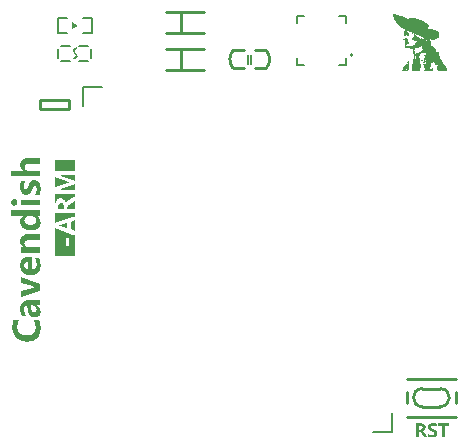
<source format=gto>
G04*
G04 #@! TF.GenerationSoftware,Altium Limited,Altium Designer,21.2.1 (34)*
G04*
G04 Layer_Color=65535*
%FSLAX25Y25*%
%MOIN*%
G70*
G04*
G04 #@! TF.SameCoordinates,7F94B60C-EE6A-4D70-8C52-0CABB09C9AE7*
G04*
G04*
G04 #@! TF.FilePolarity,Positive*
G04*
G01*
G75*
%ADD10C,0.00590*%
%ADD11C,0.01000*%
%ADD12C,0.00600*%
%ADD13C,0.00787*%
%ADD14C,0.00500*%
%ADD15C,0.00100*%
%ADD16C,0.00800*%
G36*
X340480Y331672D02*
X338512Y332853D01*
Y330490D01*
X340480Y331672D01*
D02*
G37*
G36*
X327752Y285731D02*
X324035D01*
X324020D01*
X323975D01*
X323901D01*
X323798Y285716D01*
X323679Y285702D01*
X323561Y285672D01*
X323279Y285598D01*
X323131Y285539D01*
X322998Y285465D01*
X322879Y285376D01*
X322761Y285272D01*
X322657Y285139D01*
X322583Y284991D01*
X322539Y284828D01*
X322524Y284635D01*
Y284546D01*
X322539Y284443D01*
X322583Y284310D01*
X322628Y284176D01*
X322702Y284013D01*
X322805Y283865D01*
X322954Y283717D01*
X322968Y283702D01*
X323027Y283658D01*
X323116Y283599D01*
X323250Y283539D01*
X323398Y283480D01*
X323590Y283421D01*
X323798Y283376D01*
X324035Y283362D01*
X327752D01*
Y281451D01*
X318081D01*
Y283362D01*
X322198D01*
Y283391D01*
X322183Y283406D01*
X322154Y283421D01*
X322094Y283465D01*
X322020Y283524D01*
X321932Y283599D01*
X321843Y283702D01*
X321739Y283806D01*
X321621Y283924D01*
X321413Y284221D01*
X321235Y284561D01*
X321162Y284754D01*
X321102Y284961D01*
X321073Y285168D01*
X321058Y285405D01*
Y285509D01*
X321073Y285613D01*
X321102Y285761D01*
X321132Y285924D01*
X321206Y286116D01*
X321280Y286309D01*
X321398Y286531D01*
X321532Y286738D01*
X321709Y286931D01*
X321932Y287123D01*
X322183Y287286D01*
X322494Y287434D01*
X322850Y287553D01*
X323265Y287612D01*
X323501Y287642D01*
X323738D01*
X327752D01*
Y285731D01*
D02*
G37*
G36*
X325945Y280237D02*
X326034Y280222D01*
X326138Y280207D01*
X326360Y280148D01*
X326611Y280059D01*
X326878Y279911D01*
X326997Y279822D01*
X327130Y279704D01*
X327248Y279585D01*
X327352Y279437D01*
Y279422D01*
X327382Y279393D01*
X327396Y279348D01*
X327441Y279289D01*
X327485Y279200D01*
X327530Y279111D01*
X327574Y278993D01*
X327619Y278859D01*
X327678Y278711D01*
X327722Y278548D01*
X327767Y278371D01*
X327811Y278178D01*
X327870Y277749D01*
X327900Y277275D01*
Y277097D01*
X327885Y276993D01*
Y276890D01*
X327856Y276623D01*
X327826Y276327D01*
X327767Y276001D01*
X327693Y275646D01*
X327589Y275305D01*
X326004D01*
Y275320D01*
X326034Y275349D01*
X326064Y275409D01*
X326093Y275468D01*
X326138Y275557D01*
X326197Y275660D01*
X326301Y275912D01*
X326404Y276208D01*
X326508Y276519D01*
X326567Y276860D01*
X326597Y277216D01*
Y277319D01*
X326582Y277408D01*
X326567Y277586D01*
X326523Y277808D01*
X326434Y278030D01*
X326330Y278223D01*
X326256Y278297D01*
X326167Y278356D01*
X326078Y278385D01*
X325960Y278400D01*
X325945D01*
X325886Y278385D01*
X325797Y278356D01*
X325693Y278282D01*
X325590Y278163D01*
X325516Y278089D01*
X325456Y277986D01*
X325397Y277882D01*
X325338Y277749D01*
X325279Y277601D01*
X325219Y277423D01*
Y277408D01*
X325205Y277364D01*
X325175Y277304D01*
X325145Y277230D01*
X325116Y277127D01*
X325071Y277008D01*
X324968Y276756D01*
X324849Y276475D01*
X324701Y276208D01*
X324538Y275957D01*
X324464Y275838D01*
X324375Y275749D01*
X324346Y275734D01*
X324286Y275675D01*
X324183Y275616D01*
X324035Y275527D01*
X323857Y275453D01*
X323650Y275379D01*
X323398Y275320D01*
X323116Y275305D01*
X323102D01*
X323072D01*
X323027D01*
X322954Y275320D01*
X322776Y275349D01*
X322568Y275409D01*
X322331Y275498D01*
X322080Y275631D01*
X321946Y275720D01*
X321828Y275823D01*
X321709Y275942D01*
X321606Y276075D01*
Y276090D01*
X321576Y276105D01*
X321561Y276149D01*
X321517Y276223D01*
X321473Y276297D01*
X321428Y276386D01*
X321384Y276505D01*
X321324Y276623D01*
X321280Y276771D01*
X321235Y276919D01*
X321147Y277275D01*
X321087Y277675D01*
X321058Y278134D01*
Y278282D01*
X321073Y278371D01*
Y278460D01*
X321087Y278682D01*
X321117Y278948D01*
X321176Y279244D01*
X321235Y279556D01*
X321324Y279867D01*
X322820D01*
Y279852D01*
X322805Y279837D01*
X322776Y279792D01*
X322746Y279733D01*
X322672Y279570D01*
X322598Y279363D01*
X322509Y279111D01*
X322450Y278830D01*
X322391Y278519D01*
X322376Y278178D01*
Y278104D01*
X322391Y278015D01*
Y277911D01*
X322450Y277675D01*
X322480Y277556D01*
X322539Y277438D01*
Y277423D01*
X322568Y277393D01*
X322657Y277304D01*
X322791Y277216D01*
X322879Y277186D01*
X322968Y277171D01*
X322983D01*
X323042Y277186D01*
X323116Y277216D01*
X323220Y277275D01*
X323339Y277378D01*
X323457Y277526D01*
X323516Y277615D01*
X323575Y277734D01*
X323635Y277852D01*
X323694Y278000D01*
Y278015D01*
X323709Y278045D01*
X323724Y278089D01*
X323738Y278149D01*
X323798Y278311D01*
X323872Y278504D01*
X323960Y278711D01*
X324049Y278933D01*
X324138Y279156D01*
X324242Y279333D01*
X324257Y279348D01*
X324286Y279407D01*
X324331Y279481D01*
X324405Y279585D01*
X324494Y279689D01*
X324612Y279807D01*
X324731Y279911D01*
X324879Y280015D01*
X324894Y280029D01*
X324953Y280059D01*
X325027Y280089D01*
X325131Y280133D01*
X325264Y280177D01*
X325427Y280222D01*
X325590Y280237D01*
X325782Y280252D01*
X325797D01*
X325827D01*
X325886D01*
X325945Y280237D01*
D02*
G37*
G36*
X327752Y271854D02*
X321221D01*
Y273765D01*
X327752D01*
Y271854D01*
D02*
G37*
G36*
X319251Y273913D02*
X319355Y273883D01*
X319473Y273854D01*
X319592Y273794D01*
X319710Y273720D01*
X319829Y273617D01*
X319843Y273602D01*
X319873Y273557D01*
X319917Y273498D01*
X319962Y273394D01*
X320021Y273291D01*
X320065Y273143D01*
X320095Y272995D01*
X320110Y272817D01*
Y272743D01*
X320095Y272654D01*
X320080Y272535D01*
X320036Y272417D01*
X319991Y272284D01*
X319917Y272150D01*
X319829Y272032D01*
X319814Y272017D01*
X319769Y271988D01*
X319710Y271928D01*
X319621Y271884D01*
X319517Y271825D01*
X319399Y271765D01*
X319251Y271736D01*
X319103Y271721D01*
X319088D01*
X319029D01*
X318955Y271736D01*
X318851Y271765D01*
X318747Y271795D01*
X318614Y271854D01*
X318496Y271928D01*
X318392Y272032D01*
X318377Y272047D01*
X318348Y272091D01*
X318303Y272150D01*
X318244Y272254D01*
X318199Y272358D01*
X318155Y272491D01*
X318125Y272654D01*
X318111Y272817D01*
Y272906D01*
X318125Y272995D01*
X318140Y273113D01*
X318185Y273232D01*
X318229Y273365D01*
X318303Y273498D01*
X318392Y273617D01*
X318407Y273632D01*
X318436Y273661D01*
X318511Y273720D01*
X318584Y273780D01*
X318688Y273824D01*
X318807Y273883D01*
X318955Y273913D01*
X319103Y273928D01*
X319118D01*
X319177D01*
X319251Y273913D01*
D02*
G37*
G36*
X327752Y268241D02*
X326834D01*
Y268211D01*
X326849Y268196D01*
X326878Y268181D01*
X326937Y268137D01*
X326997Y268078D01*
X327085Y268004D01*
X327174Y267915D01*
X327263Y267811D01*
X327367Y267693D01*
X327470Y267559D01*
X327559Y267411D01*
X327648Y267233D01*
X327737Y267056D01*
X327796Y266863D01*
X327856Y266641D01*
X327885Y266419D01*
X327900Y266167D01*
Y266049D01*
X327885Y265960D01*
X327870Y265856D01*
X327856Y265738D01*
X327796Y265441D01*
X327693Y265130D01*
X327619Y264953D01*
X327530Y264790D01*
X327426Y264627D01*
X327308Y264464D01*
X327174Y264316D01*
X327026Y264168D01*
X327011Y264153D01*
X326982Y264138D01*
X326937Y264109D01*
X326863Y264049D01*
X326774Y264005D01*
X326671Y263946D01*
X326537Y263872D01*
X326404Y263812D01*
X326241Y263738D01*
X326064Y263679D01*
X325871Y263605D01*
X325649Y263561D01*
X325427Y263516D01*
X325175Y263472D01*
X324923Y263457D01*
X324642Y263442D01*
X324627D01*
X324568D01*
X324479D01*
X324375Y263457D01*
X324242Y263472D01*
X324079Y263487D01*
X323901Y263516D01*
X323709Y263546D01*
X323294Y263635D01*
X322865Y263783D01*
X322657Y263886D01*
X322435Y263990D01*
X322243Y264109D01*
X322050Y264257D01*
X322035Y264271D01*
X322006Y264301D01*
X321961Y264346D01*
X321887Y264405D01*
X321813Y264494D01*
X321739Y264582D01*
X321650Y264701D01*
X321547Y264834D01*
X321458Y264982D01*
X321369Y265145D01*
X321206Y265516D01*
X321147Y265723D01*
X321102Y265945D01*
X321073Y266182D01*
X321058Y266419D01*
Y266537D01*
X321073Y266626D01*
X321087Y266730D01*
X321102Y266848D01*
X321176Y267115D01*
X321280Y267411D01*
X321354Y267559D01*
X321443Y267707D01*
X321547Y267856D01*
X321680Y267989D01*
X321813Y268107D01*
X321976Y268211D01*
Y268241D01*
X318081D01*
Y270136D01*
X327752D01*
Y268241D01*
D02*
G37*
G36*
Y260302D02*
X324109D01*
X324094D01*
X324035D01*
X323960D01*
X323857Y260288D01*
X323738Y260273D01*
X323605Y260243D01*
X323309Y260154D01*
X323161Y260095D01*
X323027Y260021D01*
X322894Y259932D01*
X322776Y259828D01*
X322672Y259695D01*
X322598Y259532D01*
X322539Y259369D01*
X322524Y259162D01*
Y259073D01*
X322539Y258970D01*
X322583Y258836D01*
X322628Y258703D01*
X322702Y258540D01*
X322805Y258392D01*
X322954Y258244D01*
X322968Y258229D01*
X323027Y258185D01*
X323116Y258125D01*
X323235Y258066D01*
X323398Y258007D01*
X323575Y257948D01*
X323783Y257903D01*
X324020Y257888D01*
X327752D01*
Y255978D01*
X321221D01*
Y257888D01*
X322257D01*
Y257918D01*
X322243Y257933D01*
X322198Y257948D01*
X322139Y257992D01*
X322065Y258051D01*
X321976Y258125D01*
X321872Y258214D01*
X321769Y258318D01*
X321650Y258451D01*
X321547Y258584D01*
X321443Y258747D01*
X321339Y258910D01*
X321250Y259103D01*
X321162Y259310D01*
X321102Y259532D01*
X321073Y259769D01*
X321058Y260021D01*
Y260110D01*
X321073Y260228D01*
X321102Y260362D01*
X321147Y260525D01*
X321206Y260717D01*
X321280Y260910D01*
X321398Y261117D01*
X321532Y261310D01*
X321709Y261517D01*
X321932Y261695D01*
X322198Y261858D01*
X322509Y261991D01*
X322865Y262109D01*
X323057Y262139D01*
X323279Y262169D01*
X323501Y262198D01*
X323753D01*
X327752D01*
Y260302D01*
D02*
G37*
G36*
X325027Y250439D02*
X325042D01*
X325086Y250454D01*
X325160D01*
X325264Y250483D01*
X325382Y250513D01*
X325516Y250557D01*
X325649Y250617D01*
X325782Y250706D01*
X325930Y250794D01*
X326064Y250928D01*
X326197Y251076D01*
X326315Y251239D01*
X326404Y251446D01*
X326493Y251683D01*
X326537Y251950D01*
X326552Y252261D01*
Y252364D01*
X326537Y252438D01*
Y252542D01*
X326523Y252646D01*
X326478Y252912D01*
X326419Y253208D01*
X326330Y253534D01*
X326197Y253860D01*
X326019Y254186D01*
X327411D01*
Y254171D01*
X327426Y254141D01*
X327456Y254097D01*
X327485Y254023D01*
X327530Y253934D01*
X327559Y253831D01*
X327604Y253697D01*
X327648Y253549D01*
X327708Y253386D01*
X327752Y253208D01*
X327782Y253016D01*
X327826Y252809D01*
X327856Y252587D01*
X327885Y252349D01*
X327900Y251831D01*
Y251683D01*
X327885Y251579D01*
X327870Y251446D01*
X327856Y251298D01*
X327826Y251120D01*
X327796Y250942D01*
X327693Y250557D01*
X327619Y250350D01*
X327530Y250158D01*
X327426Y249950D01*
X327308Y249758D01*
X327174Y249580D01*
X327026Y249402D01*
X327011Y249388D01*
X326982Y249373D01*
X326937Y249328D01*
X326863Y249269D01*
X326774Y249210D01*
X326671Y249136D01*
X326537Y249047D01*
X326389Y248973D01*
X326226Y248899D01*
X326049Y248810D01*
X325841Y248736D01*
X325619Y248677D01*
X325397Y248617D01*
X325131Y248588D01*
X324864Y248558D01*
X324583Y248543D01*
X324568D01*
X324509D01*
X324434D01*
X324316Y248558D01*
X324183Y248573D01*
X324035Y248588D01*
X323857Y248617D01*
X323679Y248662D01*
X323265Y248765D01*
X323057Y248839D01*
X322850Y248928D01*
X322628Y249032D01*
X322420Y249165D01*
X322228Y249299D01*
X322035Y249462D01*
X322020Y249476D01*
X321991Y249506D01*
X321946Y249550D01*
X321887Y249624D01*
X321813Y249713D01*
X321724Y249832D01*
X321635Y249950D01*
X321547Y250098D01*
X321458Y250261D01*
X321369Y250439D01*
X321280Y250631D01*
X321206Y250824D01*
X321147Y251046D01*
X321102Y251283D01*
X321073Y251535D01*
X321058Y251787D01*
Y251920D01*
X321073Y252024D01*
X321087Y252127D01*
X321102Y252275D01*
X321132Y252424D01*
X321162Y252587D01*
X321265Y252927D01*
X321324Y253105D01*
X321413Y253282D01*
X321517Y253460D01*
X321621Y253638D01*
X321754Y253801D01*
X321902Y253949D01*
X321917Y253964D01*
X321946Y253979D01*
X321991Y254023D01*
X322050Y254067D01*
X322139Y254127D01*
X322243Y254201D01*
X322361Y254275D01*
X322509Y254349D01*
X322657Y254408D01*
X322835Y254482D01*
X323027Y254556D01*
X323235Y254615D01*
X323457Y254660D01*
X323694Y254704D01*
X323946Y254719D01*
X324212Y254734D01*
X325027D01*
Y250439D01*
D02*
G37*
G36*
X327752Y245596D02*
Y243434D01*
X321221Y241109D01*
Y243152D01*
X325338Y244352D01*
X325367Y244367D01*
X325442Y244382D01*
X325575Y244411D01*
X325723Y244456D01*
X325901Y244485D01*
X326093Y244530D01*
X326286Y244559D01*
X326463Y244574D01*
Y244604D01*
X326449D01*
X326375Y244619D01*
X326286Y244634D01*
X326152Y244648D01*
X325990Y244678D01*
X325797Y244722D01*
X325590Y244767D01*
X325367Y244826D01*
X321221Y246055D01*
Y248055D01*
X327752Y245596D01*
D02*
G37*
G36*
Y238473D02*
X326804D01*
Y238458D01*
X326819D01*
X326849Y238428D01*
X326908Y238384D01*
X326982Y238339D01*
X327056Y238265D01*
X327145Y238176D01*
X327248Y238073D01*
X327352Y237969D01*
X327456Y237836D01*
X327559Y237688D01*
X327648Y237525D01*
X327722Y237347D01*
X327796Y237169D01*
X327856Y236962D01*
X327885Y236740D01*
X327900Y236503D01*
Y236414D01*
X327885Y236355D01*
X327870Y236177D01*
X327841Y235970D01*
X327767Y235733D01*
X327678Y235481D01*
X327559Y235229D01*
X327382Y235007D01*
X327352Y234977D01*
X327293Y234918D01*
X327174Y234829D01*
X327011Y234726D01*
X326804Y234622D01*
X326552Y234533D01*
X326271Y234474D01*
X325945Y234444D01*
X325930D01*
X325856D01*
X325767Y234459D01*
X325649Y234474D01*
X325501Y234518D01*
X325338Y234563D01*
X325160Y234637D01*
X324968Y234726D01*
X324775Y234844D01*
X324583Y234992D01*
X324405Y235170D01*
X324227Y235392D01*
X324064Y235659D01*
X323931Y235955D01*
X323827Y236295D01*
X323753Y236695D01*
X323516Y238487D01*
X323501D01*
X323472D01*
X323413D01*
X323339Y238473D01*
X323161Y238428D01*
X322939Y238339D01*
X322835Y238280D01*
X322731Y238206D01*
X322642Y238102D01*
X322554Y237984D01*
X322480Y237850D01*
X322420Y237688D01*
X322391Y237510D01*
X322376Y237302D01*
Y237184D01*
X322391Y237110D01*
Y237006D01*
X322406Y236873D01*
X322435Y236740D01*
X322465Y236592D01*
X322554Y236251D01*
X322672Y235881D01*
X322850Y235496D01*
X322968Y235288D01*
X323087Y235096D01*
X321621D01*
X321606Y235111D01*
X321576Y235185D01*
X321532Y235274D01*
X321473Y235407D01*
X321413Y235585D01*
X321339Y235777D01*
X321280Y236014D01*
X321221Y236281D01*
Y236295D01*
X321206Y236310D01*
X321191Y236399D01*
X321162Y236547D01*
X321132Y236725D01*
X321102Y236917D01*
X321087Y237125D01*
X321058Y237347D01*
Y237673D01*
X321073Y237806D01*
X321102Y237984D01*
X321147Y238191D01*
X321206Y238428D01*
X321295Y238665D01*
X321398Y238932D01*
X321547Y239183D01*
X321724Y239420D01*
X321946Y239657D01*
X322213Y239865D01*
X322539Y240042D01*
X322909Y240176D01*
X323102Y240220D01*
X323324Y240265D01*
X323561Y240294D01*
X323812D01*
X327752D01*
Y238473D01*
D02*
G37*
G36*
X327426Y233482D02*
X327441Y233452D01*
X327470Y233393D01*
X327500Y233319D01*
X327530Y233215D01*
X327574Y233097D01*
X327619Y232963D01*
X327663Y232800D01*
X327708Y232623D01*
X327752Y232430D01*
X327796Y232208D01*
X327826Y231986D01*
X327856Y231734D01*
X327885Y231467D01*
X327900Y231186D01*
Y230801D01*
X327885Y230697D01*
Y230549D01*
X327856Y230371D01*
X327841Y230164D01*
X327796Y229942D01*
X327752Y229705D01*
X327678Y229438D01*
X327604Y229172D01*
X327500Y228905D01*
X327382Y228624D01*
X327234Y228357D01*
X327071Y228091D01*
X326893Y227839D01*
X326671Y227602D01*
X326656Y227587D01*
X326611Y227557D01*
X326537Y227484D01*
X326449Y227410D01*
X326315Y227321D01*
X326167Y227217D01*
X326004Y227113D01*
X325797Y226995D01*
X325575Y226876D01*
X325323Y226773D01*
X325057Y226669D01*
X324760Y226580D01*
X324449Y226506D01*
X324109Y226447D01*
X323753Y226402D01*
X323383Y226388D01*
X323353D01*
X323279D01*
X323176Y226402D01*
X323027D01*
X322835Y226432D01*
X322628Y226462D01*
X322376Y226506D01*
X322124Y226565D01*
X321843Y226624D01*
X321561Y226713D01*
X321265Y226832D01*
X320969Y226965D01*
X320673Y227113D01*
X320376Y227306D01*
X320095Y227513D01*
X319829Y227750D01*
X319814Y227765D01*
X319769Y227809D01*
X319695Y227883D01*
X319606Y228002D01*
X319503Y228135D01*
X319384Y228298D01*
X319266Y228491D01*
X319132Y228698D01*
X318999Y228935D01*
X318881Y229202D01*
X318762Y229498D01*
X318659Y229809D01*
X318570Y230135D01*
X318496Y230490D01*
X318451Y230860D01*
X318436Y231260D01*
Y231482D01*
X318451Y231601D01*
Y231734D01*
X318466Y231882D01*
X318481Y232045D01*
X318525Y232386D01*
X318584Y232771D01*
X318673Y233141D01*
X318792Y233496D01*
X320673D01*
Y233482D01*
X320643Y233452D01*
X320628Y233407D01*
X320584Y233333D01*
X320554Y233245D01*
X320510Y233141D01*
X320451Y233022D01*
X320406Y232889D01*
X320303Y232578D01*
X320228Y232223D01*
X320169Y231823D01*
X320140Y231393D01*
Y231260D01*
X320154Y231171D01*
X320169Y231053D01*
X320184Y230919D01*
X320214Y230771D01*
X320243Y230623D01*
X320347Y230283D01*
X320421Y230105D01*
X320495Y229912D01*
X320599Y229735D01*
X320717Y229572D01*
X320850Y229409D01*
X320999Y229246D01*
X321013Y229231D01*
X321043Y229216D01*
X321087Y229172D01*
X321147Y229127D01*
X321235Y229068D01*
X321339Y228994D01*
X321458Y228920D01*
X321591Y228846D01*
X321754Y228772D01*
X321917Y228698D01*
X322094Y228639D01*
X322302Y228565D01*
X322731Y228476D01*
X322983Y228461D01*
X323235Y228446D01*
X323250D01*
X323294D01*
X323368D01*
X323457Y228461D01*
X323575Y228476D01*
X323709Y228491D01*
X323857Y228505D01*
X324005Y228535D01*
X324360Y228624D01*
X324716Y228772D01*
X324908Y228846D01*
X325086Y228950D01*
X325249Y229068D01*
X325412Y229202D01*
X325427Y229216D01*
X325442Y229231D01*
X325486Y229275D01*
X325545Y229350D01*
X325604Y229424D01*
X325664Y229513D01*
X325738Y229631D01*
X325812Y229749D01*
X325901Y229897D01*
X325975Y230046D01*
X326093Y230401D01*
X326197Y230816D01*
X326212Y231038D01*
X326226Y231275D01*
Y231393D01*
X326212Y231482D01*
Y231586D01*
X326197Y231719D01*
X326182Y231852D01*
X326152Y232015D01*
X326078Y232356D01*
X325975Y232726D01*
X325827Y233111D01*
X325634Y233496D01*
X327426D01*
Y233482D01*
D02*
G37*
G36*
X458942Y199221D02*
X459009D01*
X459083Y199214D01*
X459164Y199206D01*
X459342Y199184D01*
X459534Y199155D01*
X459719Y199110D01*
X459897Y199051D01*
Y198133D01*
X459889Y198141D01*
X459875Y198148D01*
X459852Y198163D01*
X459815Y198185D01*
X459771Y198207D01*
X459719Y198237D01*
X459660Y198267D01*
X459593Y198296D01*
X459431Y198348D01*
X459246Y198400D01*
X459038Y198437D01*
X458935Y198452D01*
X458757D01*
X458691Y198444D01*
X458609Y198437D01*
X458520Y198422D01*
X458424Y198392D01*
X458328Y198363D01*
X458239Y198318D01*
X458232Y198311D01*
X458210Y198296D01*
X458173Y198267D01*
X458136Y198222D01*
X458091Y198170D01*
X458062Y198111D01*
X458032Y198045D01*
X458025Y197963D01*
Y197956D01*
Y197934D01*
X458032Y197897D01*
X458047Y197860D01*
X458062Y197808D01*
X458084Y197749D01*
X458121Y197697D01*
X458173Y197638D01*
X458180Y197630D01*
X458202Y197608D01*
X458254Y197578D01*
X458321Y197534D01*
X458365Y197504D01*
X458417Y197475D01*
X458476Y197438D01*
X458543Y197401D01*
X458624Y197364D01*
X458705Y197319D01*
X458802Y197275D01*
X458905Y197231D01*
X458913D01*
X458935Y197216D01*
X458972Y197201D01*
X459016Y197179D01*
X459068Y197157D01*
X459135Y197120D01*
X459275Y197046D01*
X459431Y196957D01*
X459586Y196853D01*
X459727Y196735D01*
X459786Y196676D01*
X459838Y196616D01*
X459852Y196602D01*
X459882Y196557D01*
X459919Y196491D01*
X459971Y196394D01*
X460015Y196283D01*
X460060Y196150D01*
X460089Y196002D01*
X460097Y195839D01*
Y195832D01*
Y195810D01*
Y195780D01*
X460089Y195728D01*
X460082Y195677D01*
X460074Y195610D01*
X460037Y195469D01*
X459986Y195307D01*
X459949Y195225D01*
X459897Y195144D01*
X459845Y195062D01*
X459786Y194981D01*
X459712Y194907D01*
X459630Y194840D01*
X459623D01*
X459608Y194826D01*
X459579Y194811D01*
X459542Y194789D01*
X459497Y194759D01*
X459438Y194729D01*
X459371Y194700D01*
X459290Y194670D01*
X459201Y194641D01*
X459105Y194611D01*
X458994Y194581D01*
X458876Y194552D01*
X458750Y194530D01*
X458609Y194515D01*
X458461Y194507D01*
X458306Y194500D01*
X458232D01*
X458173Y194507D01*
X458106D01*
X458032Y194515D01*
X457943Y194522D01*
X457854Y194530D01*
X457647Y194559D01*
X457433Y194604D01*
X457218Y194663D01*
X457018Y194744D01*
Y195721D01*
X457026Y195714D01*
X457040Y195699D01*
X457070Y195677D01*
X457114Y195647D01*
X457166Y195617D01*
X457225Y195573D01*
X457299Y195536D01*
X457381Y195492D01*
X457470Y195447D01*
X457566Y195410D01*
X457780Y195336D01*
X457891Y195307D01*
X458010Y195284D01*
X458136Y195270D01*
X458269Y195262D01*
X458335D01*
X458409Y195270D01*
X458491Y195277D01*
X458594Y195299D01*
X458691Y195321D01*
X458787Y195358D01*
X458868Y195403D01*
X458876Y195410D01*
X458898Y195425D01*
X458935Y195462D01*
X458972Y195499D01*
X459009Y195551D01*
X459046Y195610D01*
X459068Y195684D01*
X459075Y195758D01*
Y195765D01*
Y195788D01*
X459068Y195825D01*
X459053Y195869D01*
X459038Y195921D01*
X459009Y195980D01*
X458964Y196047D01*
X458913Y196106D01*
X458905Y196113D01*
X458876Y196135D01*
X458824Y196172D01*
X458794Y196202D01*
X458750Y196224D01*
X458698Y196254D01*
X458639Y196291D01*
X458572Y196328D01*
X458491Y196365D01*
X458402Y196409D01*
X458306Y196461D01*
X458195Y196505D01*
X458069Y196557D01*
X458054Y196565D01*
X458025Y196579D01*
X457973Y196602D01*
X457899Y196639D01*
X457817Y196690D01*
X457729Y196750D01*
X457632Y196816D01*
X457536Y196890D01*
X457433Y196979D01*
X457336Y197083D01*
X457248Y197186D01*
X457166Y197305D01*
X457092Y197438D01*
X457040Y197571D01*
X457011Y197726D01*
X456996Y197882D01*
Y197889D01*
Y197911D01*
Y197941D01*
X457003Y197985D01*
X457011Y198037D01*
X457026Y198104D01*
X457055Y198244D01*
X457114Y198407D01*
X457151Y198489D01*
X457203Y198570D01*
X457255Y198651D01*
X457322Y198725D01*
X457396Y198807D01*
X457484Y198873D01*
X457492Y198881D01*
X457507Y198888D01*
X457536Y198903D01*
X457573Y198933D01*
X457625Y198955D01*
X457684Y198984D01*
X457751Y199021D01*
X457832Y199051D01*
X457914Y199088D01*
X458017Y199118D01*
X458121Y199147D01*
X458232Y199177D01*
X458358Y199199D01*
X458491Y199214D01*
X458624Y199221D01*
X458772Y199229D01*
X458883D01*
X458942Y199221D01*
D02*
G37*
G36*
X464026Y198348D02*
X462716D01*
Y194574D01*
X461739D01*
Y198348D01*
X460437D01*
Y199147D01*
X464026D01*
Y198348D01*
D02*
G37*
G36*
X454754Y199140D02*
X454865Y199125D01*
X454983Y199110D01*
X455124Y199081D01*
X455272Y199044D01*
X455427Y198992D01*
X455575Y198925D01*
X455723Y198844D01*
X455864Y198740D01*
X455990Y198622D01*
X456093Y198481D01*
X456175Y198311D01*
X456204Y198222D01*
X456226Y198126D01*
X456234Y198015D01*
X456241Y197904D01*
Y197897D01*
Y197882D01*
Y197860D01*
X456234Y197823D01*
Y197786D01*
X456226Y197741D01*
X456204Y197630D01*
X456175Y197504D01*
X456123Y197371D01*
X456056Y197238D01*
X455967Y197105D01*
X455953Y197090D01*
X455916Y197053D01*
X455856Y196994D01*
X455768Y196920D01*
X455664Y196846D01*
X455531Y196764D01*
X455383Y196698D01*
X455213Y196639D01*
Y196624D01*
X455220D01*
X455227Y196616D01*
X455272Y196602D01*
X455331Y196557D01*
X455420Y196498D01*
X455472Y196454D01*
X455523Y196409D01*
X455583Y196350D01*
X455642Y196283D01*
X455708Y196209D01*
X455775Y196128D01*
X455842Y196032D01*
X455916Y195928D01*
X456774Y194574D01*
X455657D01*
X454939Y195758D01*
Y195765D01*
X454931Y195773D01*
X454902Y195817D01*
X454857Y195884D01*
X454813Y195958D01*
X454754Y196039D01*
X454687Y196113D01*
X454628Y196180D01*
X454569Y196232D01*
X454561Y196239D01*
X454547Y196246D01*
X454517Y196269D01*
X454480Y196291D01*
X454384Y196328D01*
X454332Y196335D01*
X454273Y196343D01*
X453977D01*
Y194574D01*
X453000D01*
Y199147D01*
X454680D01*
X454754Y199140D01*
D02*
G37*
G36*
X339500Y255000D02*
X332634D01*
Y261721D01*
D01*
Y264244D01*
X339500Y261721D01*
Y263310D01*
X337933Y263821D01*
Y266321D01*
X339500Y266832D01*
Y268432D01*
X332634Y265966D01*
Y268432D01*
X339500D01*
X332634D01*
Y269299D01*
X339500D01*
Y270765D01*
X336845D01*
Y271210D01*
X336856Y271298D01*
X336867Y271376D01*
X336923Y271521D01*
X336956Y271576D01*
X336989Y271621D01*
X337000Y271643D01*
X337011Y271654D01*
X337089Y271743D01*
X337189Y271832D01*
X337300Y271932D01*
X337422Y272021D01*
X337533Y272087D01*
X337633Y272154D01*
X337700Y272198D01*
X337711Y272209D01*
X337722D01*
X339500Y273287D01*
Y274965D01*
X337467Y273676D01*
X337311Y273565D01*
X337167Y273465D01*
X337045Y273365D01*
X336934Y273265D01*
X336834Y273176D01*
X336745Y273087D01*
X336678Y273009D01*
X336611Y272932D01*
X336523Y272798D01*
X336456Y272709D01*
X336434Y272643D01*
X336422Y272632D01*
Y272621D01*
X336400D01*
X336311Y272876D01*
X336211Y273098D01*
X336089Y273298D01*
X335978Y273454D01*
X335867Y273587D01*
X335778Y273676D01*
X335723Y273731D01*
X335700Y273754D01*
X335500Y273887D01*
X335300Y273987D01*
X335100Y274065D01*
X334912Y274109D01*
X334745Y274143D01*
X334678Y274154D01*
X334623D01*
X334567Y274165D01*
X334534D01*
X334512D01*
X334501D01*
X334334Y274154D01*
X334167Y274143D01*
X334023Y274109D01*
X333889Y274065D01*
X333634Y273942D01*
X333423Y273787D01*
X333245Y273598D01*
X333089Y273387D01*
X332967Y273165D01*
X332867Y272943D01*
X332790Y272709D01*
X332734Y272487D01*
X332690Y272276D01*
X332667Y272098D01*
X332645Y271932D01*
X332634Y271820D01*
Y274965D01*
D01*
Y275642D01*
X339500D01*
Y276964D01*
X335623D01*
X335300D01*
X334978Y276953D01*
X334689Y276942D01*
X334423D01*
X334300Y276931D01*
X334201D01*
X334101Y276920D01*
X334023D01*
X333967Y276909D01*
X333912D01*
X333889D01*
X333878D01*
Y276942D01*
X334012Y276976D01*
X334134Y276998D01*
X334245Y277020D01*
X334345Y277042D01*
X334434Y277064D01*
X334512Y277087D01*
X334634Y277109D01*
X334723Y277131D01*
X334778Y277153D01*
X334801Y277164D01*
X334812D01*
X339500Y278887D01*
Y280053D01*
X334767Y281742D01*
X334667Y281775D01*
X334534Y281808D01*
X334389Y281842D01*
X334234Y281875D01*
X334101Y281908D01*
X333989Y281931D01*
X333945Y281942D01*
X333912Y281953D01*
X333889D01*
X333878D01*
Y281997D01*
X334189Y281975D01*
X334478Y281964D01*
X334723Y281942D01*
X334934D01*
X335100Y281931D01*
X335167D01*
X335234D01*
X335278D01*
X335312D01*
X335323D01*
X335334D01*
X339500D01*
Y283386D01*
X332634D01*
Y286908D01*
X339500D01*
Y255000D01*
D02*
G37*
G36*
X336778Y279820D02*
X336934Y279764D01*
X337100Y279720D01*
X337267Y279664D01*
X337422Y279631D01*
X337556Y279597D01*
X337656Y279564D01*
X337700Y279553D01*
X337734D01*
X337745Y279542D01*
X337756D01*
Y279509D01*
X337578Y279475D01*
X337411Y279442D01*
X337245Y279398D01*
X337100Y279353D01*
X336978Y279320D01*
X336878Y279287D01*
X336811Y279264D01*
X336789Y279253D01*
X332634Y277776D01*
Y281309D01*
X336778Y279820D01*
D02*
G37*
G36*
X334834Y272609D02*
X334978Y272576D01*
X335111Y272520D01*
X335211Y272465D01*
X335300Y272409D01*
X335367Y272354D01*
X335412Y272321D01*
X335423Y272309D01*
X335523Y272187D01*
X335600Y272054D01*
X335645Y271909D01*
X335689Y271787D01*
X335712Y271665D01*
X335723Y271576D01*
Y270765D01*
X333745D01*
Y271510D01*
X333756Y271709D01*
X333789Y271876D01*
X333834Y272021D01*
X333889Y272154D01*
X333956Y272265D01*
X334045Y272354D01*
X334123Y272421D01*
X334212Y272487D01*
X334300Y272532D01*
X334378Y272565D01*
X334534Y272598D01*
X334589Y272609D01*
X334634Y272621D01*
X334667D01*
X334678D01*
X334834Y272609D01*
D02*
G37*
G36*
X336800Y264143D02*
X334401Y264921D01*
X334189Y264988D01*
X334089Y264999D01*
X334001Y265021D01*
X333923Y265032D01*
X333867Y265043D01*
X333823D01*
X333812D01*
Y265088D01*
X333945Y265099D01*
X334067Y265110D01*
X334167Y265132D01*
X334256Y265143D01*
X334323Y265166D01*
X334367Y265177D01*
X334401Y265188D01*
X334412D01*
X336800Y265977D01*
Y264143D01*
D02*
G37*
%LPC*%
G36*
X324597Y268270D02*
X324049D01*
X324035D01*
X324020D01*
X323946D01*
X323827Y268255D01*
X323664Y268226D01*
X323501Y268167D01*
X323324Y268107D01*
X323131Y268004D01*
X322968Y267870D01*
X322954Y267856D01*
X322894Y267796D01*
X322820Y267707D01*
X322746Y267604D01*
X322657Y267456D01*
X322598Y267278D01*
X322539Y267085D01*
X322524Y266878D01*
Y266848D01*
X322539Y266760D01*
X322554Y266626D01*
X322598Y266478D01*
X322657Y266301D01*
X322761Y266108D01*
X322894Y265930D01*
X323087Y265767D01*
X323116Y265753D01*
X323190Y265708D01*
X323309Y265634D01*
X323472Y265575D01*
X323694Y265501D01*
X323946Y265427D01*
X324242Y265382D01*
X324583Y265368D01*
X324597D01*
X324627D01*
X324671D01*
X324731D01*
X324894Y265382D01*
X325086Y265412D01*
X325308Y265456D01*
X325545Y265530D01*
X325753Y265619D01*
X325960Y265753D01*
X325975Y265767D01*
X326034Y265827D01*
X326108Y265915D01*
X326197Y266034D01*
X326301Y266182D01*
X326375Y266360D01*
X326434Y266582D01*
X326449Y266819D01*
Y266848D01*
X326434Y266922D01*
X326419Y267041D01*
X326389Y267189D01*
X326330Y267352D01*
X326241Y267530D01*
X326108Y267693D01*
X325945Y267856D01*
X325916Y267870D01*
X325856Y267915D01*
X325738Y267989D01*
X325575Y268063D01*
X325382Y268137D01*
X325160Y268211D01*
X324894Y268255D01*
X324597Y268270D01*
D02*
G37*
G36*
X323827Y252957D02*
X323812D01*
X323768D01*
X323694D01*
X323590Y252942D01*
X323487Y252927D01*
X323368Y252898D01*
X323087Y252809D01*
X322954Y252749D01*
X322820Y252675D01*
X322702Y252572D01*
X322583Y252453D01*
X322494Y252320D01*
X322420Y252157D01*
X322376Y251979D01*
X322361Y251772D01*
Y251683D01*
X322376Y251594D01*
X322406Y251476D01*
X322465Y251342D01*
X322539Y251194D01*
X322642Y251046D01*
X322776Y250898D01*
X322791Y250883D01*
X322850Y250839D01*
X322939Y250780D01*
X323057Y250706D01*
X323205Y250617D01*
X323383Y250543D01*
X323590Y250469D01*
X323827Y250424D01*
Y252957D01*
D02*
G37*
G36*
X325101Y238487D02*
X324642D01*
X324790Y237258D01*
Y237243D01*
X324805Y237214D01*
Y237169D01*
X324819Y237095D01*
X324879Y236932D01*
X324968Y236740D01*
X325086Y236547D01*
X325249Y236384D01*
X325338Y236310D01*
X325456Y236266D01*
X325590Y236236D01*
X325723Y236221D01*
X325738D01*
X325782D01*
X325856Y236236D01*
X325930Y236251D01*
X326034Y236281D01*
X326138Y236325D01*
X326241Y236384D01*
X326330Y236473D01*
X326345Y236488D01*
X326360Y236518D01*
X326404Y236577D01*
X326434Y236651D01*
X326478Y236755D01*
X326523Y236873D01*
X326537Y237006D01*
X326552Y237154D01*
Y237258D01*
X326523Y237362D01*
X326493Y237495D01*
X326449Y237643D01*
X326375Y237791D01*
X326271Y237954D01*
X326138Y238102D01*
X326123Y238117D01*
X326064Y238161D01*
X325975Y238221D01*
X325856Y238295D01*
X325708Y238369D01*
X325530Y238428D01*
X325323Y238473D01*
X325101Y238487D01*
D02*
G37*
G36*
X454473Y198407D02*
X453977D01*
Y197090D01*
X454517D01*
X454576Y197097D01*
X454658Y197112D01*
X454739Y197142D01*
X454835Y197171D01*
X454924Y197223D01*
X455005Y197290D01*
X455013Y197297D01*
X455035Y197327D01*
X455072Y197371D01*
X455109Y197430D01*
X455146Y197497D01*
X455183Y197586D01*
X455205Y197682D01*
X455213Y197786D01*
Y197793D01*
Y197815D01*
X455205Y197845D01*
X455198Y197882D01*
X455176Y197985D01*
X455153Y198037D01*
X455124Y198096D01*
X455079Y198156D01*
X455035Y198207D01*
X454976Y198267D01*
X454902Y198311D01*
X454813Y198348D01*
X454717Y198378D01*
X454606Y198400D01*
X454473Y198407D01*
D02*
G37*
G36*
X337378Y261011D02*
X336367D01*
Y258388D01*
X337378D01*
Y261011D01*
D02*
G37*
%LPD*%
D10*
X431800Y321980D02*
G03*
X431800Y321980I-300J0D01*
G01*
D11*
X403148Y317544D02*
G03*
X403200Y323400I-3492J2959D01*
G01*
X392052Y323456D02*
G03*
X392000Y317600I3492J-2959D01*
G01*
X455137Y210736D02*
G03*
X455137Y204736I0J-3000D01*
G01*
X461137Y204736D02*
G03*
X461142Y210733I2J2998D01*
G01*
X369701Y324043D02*
X382299D01*
X369701Y316957D02*
X382299D01*
X374819D02*
Y324043D01*
X369701Y336245D02*
X382299D01*
X369701Y329158D02*
X382299D01*
X374819D02*
Y336245D01*
X392100Y317500D02*
X395800Y317500D01*
X392100Y323500D02*
X395800Y323500D01*
X399300D02*
X403100Y323500D01*
X399300Y317500D02*
X403000Y317500D01*
X327815Y303925D02*
X327815Y307075D01*
X327815Y303925D02*
X337264D01*
Y307075D01*
X327815Y307075D02*
X337264Y307075D01*
X449875Y209677D02*
X449877Y209680D01*
X449875Y209677D02*
Y209677D01*
X455137Y210736D02*
X461142Y210733D01*
X455137Y204736D02*
X461137D01*
X466410Y209677D02*
X466410Y205788D01*
X449875Y209677D02*
X449875Y205788D01*
Y201433D02*
X466410D01*
X449875Y214032D02*
X466410D01*
D12*
X338921Y320751D02*
G03*
X339299Y322501I81J898D01*
G01*
X339921Y324251D02*
G03*
X339296Y322501I-124J-942D01*
G01*
X429670Y332620D02*
Y334870D01*
X427420D02*
X429670D01*
Y318530D02*
Y320780D01*
X427420Y318530D02*
X429670D01*
X413330Y332620D02*
Y334870D01*
X415580D01*
X413330Y318530D02*
Y320780D01*
Y318530D02*
X415580D01*
X340799Y325001D02*
X343799D01*
X340799Y320001D02*
X343799D01*
X334799Y325001D02*
X337799D01*
X334799Y320001D02*
X337799D01*
X333799Y321001D02*
Y324001D01*
X344799Y321001D02*
Y324001D01*
D13*
X333584Y334231D02*
X336635D01*
X333584Y329113D02*
Y334231D01*
Y329113D02*
X336734D01*
X341865Y334231D02*
X345014D01*
Y329113D02*
Y334231D01*
X341865Y329113D02*
X345014D01*
D14*
X398037Y319017D02*
Y321970D01*
X397053Y319017D02*
Y321970D01*
D15*
X445600Y335600D02*
X445700D01*
X445500Y335500D02*
X446000D01*
X445500Y335400D02*
X446300D01*
X445500Y335300D02*
X446600D01*
X445500Y335200D02*
X446900D01*
X445500Y335100D02*
X447200D01*
X445500Y335000D02*
X446100D01*
X446200D02*
X447600D01*
X445500Y334900D02*
X446300D01*
X446500D02*
X447900D01*
X445600Y334800D02*
X446500D01*
X446900D02*
X448200D01*
X445600Y334700D02*
X446800D01*
X447100D02*
X448500D01*
X445600Y334600D02*
X447000D01*
X447400D02*
X448700D01*
X445700Y334500D02*
X447400D01*
X447700D02*
X448900D01*
X445700Y334400D02*
X447600D01*
X448100D02*
X449100D01*
X451300D02*
X451500D01*
X451600D02*
X451800D01*
X445800Y334300D02*
X448000D01*
X448300D02*
X449300D01*
X450900D02*
X452400D01*
X445800Y334200D02*
X448600D01*
X448800D02*
X449600D01*
X450800D02*
X452800D01*
X445800Y334100D02*
X448600D01*
X448700D02*
X449800D01*
X450800D02*
X453100D01*
X445900Y334000D02*
X450000D01*
X450800D02*
X453400D01*
X445900Y333900D02*
X450300D01*
X450800D02*
X453600D01*
X445900Y333800D02*
X450400D01*
X450700D02*
X453800D01*
X446000Y333700D02*
X454000D01*
X446000Y333600D02*
X454300D01*
X446100Y333500D02*
X454600D01*
X446200Y333400D02*
X454800D01*
X446300Y333300D02*
X455000D01*
X446300Y333200D02*
X455200D01*
X446400Y333100D02*
X455400D01*
X446500Y333000D02*
X455500D01*
X446500Y332900D02*
X455700D01*
X446600Y332800D02*
X455800D01*
X446700Y332700D02*
X456000D01*
X446800Y332600D02*
X456100D01*
X446800Y332500D02*
X456200D01*
X446900Y332400D02*
X456400D01*
X447000Y332300D02*
X456500D01*
X447100Y332200D02*
X453100D01*
X453200D02*
X456600D01*
X447200Y332100D02*
X456700D01*
X447300Y332000D02*
X456700D01*
X447400Y331900D02*
X456800D01*
X447500Y331800D02*
X456900D01*
X447600Y331700D02*
X456900D01*
X447700Y331600D02*
X456900D01*
X447900Y331500D02*
X456900D01*
X448000Y331400D02*
X456800D01*
X448200Y331300D02*
X454100D01*
X454200D02*
X456800D01*
X448400Y331200D02*
X456800D01*
X448600Y331100D02*
X454500D01*
X454600D02*
X456800D01*
X448800Y331000D02*
X456800D01*
X449000Y330900D02*
X456800D01*
X449200Y330800D02*
X456800D01*
X449300Y330700D02*
X454800D01*
X455000D02*
X456700D01*
X449400Y330600D02*
X454900D01*
X455100D02*
X456700D01*
X449400Y330500D02*
X449600D01*
X449900D02*
X455000D01*
X455200D02*
X456700D01*
X457100D02*
X458400D01*
X449300Y330400D02*
X449500D01*
X450100D02*
X455100D01*
X455300D02*
X458800D01*
X449300Y330300D02*
X449600D01*
X450300D02*
X455200D01*
X455300D02*
X459000D01*
X449200Y330200D02*
X449600D01*
X450500D02*
X455300D01*
X455500D02*
X459200D01*
X449200Y330100D02*
X449600D01*
X450600D02*
X455300D01*
X455500D02*
X459400D01*
X449200Y330000D02*
X449400D01*
X450900D02*
X455500D01*
X455600D02*
X459700D01*
X449200Y329900D02*
X449300D01*
X451100D02*
X455500D01*
X455700D02*
X459800D01*
X449100Y329800D02*
X449300D01*
X451300D02*
X460000D01*
X449100Y329700D02*
X449300D01*
X451700D02*
X460100D01*
X449100Y329600D02*
X449800D01*
X451900D02*
X460200D01*
X449000Y329500D02*
X450000D01*
X452000D02*
X460300D01*
X449000Y329400D02*
X450100D01*
X451600D02*
X451700D01*
X452200D02*
X460300D01*
X449100Y329300D02*
X450100D01*
X451600D02*
X451800D01*
X452500D02*
X460400D01*
X449100Y329200D02*
X450200D01*
X452700D02*
X460400D01*
X449100Y329100D02*
X450200D01*
X453000D02*
X460500D01*
X449100Y329000D02*
X450200D01*
X453100D02*
X460500D01*
X449100Y328900D02*
X449200D01*
X449500D02*
X450200D01*
X453500D02*
X460500D01*
X449100Y328800D02*
X449200D01*
X449500D02*
X450300D01*
X452200D02*
X452500D01*
X453800D02*
X456600D01*
X456700D02*
X460500D01*
X449100Y328700D02*
X449200D01*
X449900D02*
X450300D01*
X452200D02*
X452600D01*
X453900D02*
X460500D01*
X452300Y328600D02*
X452700D01*
X454000D02*
X456800D01*
X457000D02*
X460500D01*
X452400Y328500D02*
X452700D01*
X454400D02*
X456900D01*
X457100D02*
X460400D01*
X452500Y328400D02*
X452700D01*
X454700D02*
X457000D01*
X457200D02*
X460400D01*
X452200Y328300D02*
X452300D01*
X452500D02*
X452700D01*
X455000D02*
X457200D01*
X457300D02*
X460300D01*
X452200Y328200D02*
X452300D01*
X452500D02*
X452700D01*
X452900D02*
X453100D01*
X455200D02*
X460300D01*
X452100Y328100D02*
X452300D01*
X452500D02*
X452700D01*
X452900D02*
X453100D01*
X455400D02*
X460200D01*
X452000Y328000D02*
X452300D01*
X452500D02*
X452900D01*
X455600D02*
X460100D01*
X452000Y327900D02*
X452300D01*
X452500D02*
X452900D01*
X453400D02*
X453500D01*
X455800D02*
X460000D01*
X451900Y327800D02*
X452300D01*
X452400D02*
X452900D01*
X453400D02*
X453600D01*
X456100D02*
X459900D01*
X449600Y327700D02*
X449700D01*
X451900D02*
X453600D01*
X455600D02*
X455800D01*
X456300D02*
X459700D01*
X449500Y327600D02*
X449800D01*
X451800D02*
X451900D01*
X452200D02*
X453500D01*
X453800D02*
X453900D01*
X455700D02*
X455900D01*
X456500D02*
X459500D01*
X449600Y327500D02*
X449800D01*
X451800D02*
X451900D01*
X452200D02*
X453500D01*
X453800D02*
X454000D01*
X454600D02*
X454800D01*
X455700D02*
X456100D01*
X456600D02*
X457100D01*
X457400D02*
X459300D01*
X448600Y327400D02*
X448700D01*
X449100D02*
X449300D01*
X449600D02*
X449800D01*
X451800D02*
X452000D01*
X452200D02*
X453500D01*
X453800D02*
X454000D01*
X454600D02*
X454800D01*
X455300D02*
X455500D01*
X455800D02*
X456200D01*
X456700D02*
X457100D01*
X458000D02*
X458900D01*
X448700Y327300D02*
X449500D01*
X449600D02*
X449700D01*
X449800D02*
X449900D01*
X452200D02*
X452600D01*
X452700D02*
X453500D01*
X453800D02*
X454300D01*
X454600D02*
X454800D01*
X455400D02*
X455600D01*
X456000D02*
X456100D01*
X456600D02*
X457200D01*
X448700Y327200D02*
X449600D01*
X449800D02*
X449900D01*
X452200D02*
X452600D01*
X452900D02*
X453500D01*
X453700D02*
X454400D01*
X454700D02*
X454900D01*
X455500D02*
X455700D01*
X456500D02*
X457300D01*
X449300Y327100D02*
X449600D01*
X449900D02*
X450000D01*
X452500D02*
X452600D01*
X453000D02*
X454400D01*
X454700D02*
X454900D01*
X455200D02*
X455300D01*
X455500D02*
X455700D01*
X456600D02*
X457400D01*
X449300Y327000D02*
X449600D01*
X453000D02*
X454400D01*
X454700D02*
X455000D01*
X455200D02*
X455800D01*
X456700D02*
X457400D01*
X449300Y326900D02*
X449500D01*
X453200D02*
X454400D01*
X454700D02*
X455000D01*
X455200D02*
X455900D01*
X456700D02*
X457400D01*
X449300Y326800D02*
X449500D01*
X453200D02*
X454500D01*
X454700D02*
X455100D01*
X455200D02*
X456100D01*
X456800D02*
X457500D01*
X449300Y326700D02*
X449500D01*
X453200D02*
X454500D01*
X454700D02*
X456100D01*
X456300D02*
X456500D01*
X456800D02*
X457500D01*
X449300Y326600D02*
X449600D01*
X453200D02*
X454500D01*
X454700D02*
X456100D01*
X456300D02*
X456500D01*
X456800D02*
X457600D01*
X449400Y326500D02*
X449900D01*
X453200D02*
X454500D01*
X454700D02*
X456600D01*
X456900D02*
X457600D01*
X449500Y326400D02*
X450200D01*
X453200D02*
X456600D01*
X456900D02*
X457600D01*
X449600Y326300D02*
X450300D01*
X453300D02*
X456500D01*
X456900D02*
X457600D01*
X449800Y326200D02*
X450300D01*
X452900D02*
X453000D01*
X453400D02*
X456400D01*
X456800D02*
X457700D01*
X449400Y326100D02*
X449600D01*
X449800D02*
X450200D01*
X452900D02*
X453100D01*
X453400D02*
X456500D01*
X456800D02*
X457700D01*
X449300Y326000D02*
X450200D01*
X452900D02*
X453100D01*
X453700D02*
X456700D01*
X456900D02*
X457700D01*
X449300Y325900D02*
X450100D01*
X452800D02*
X453100D01*
X453700D02*
X456700D01*
X456900D02*
X457700D01*
X449400Y325800D02*
X449900D01*
X452800D02*
X453100D01*
X453700D02*
X457700D01*
X449400Y325700D02*
X449800D01*
X452800D02*
X453100D01*
X453700D02*
X457700D01*
X449500Y325600D02*
X449700D01*
X452700D02*
X453100D01*
X453600D02*
X457700D01*
X452600Y325500D02*
X453000D01*
X453500D02*
X457700D01*
X452600Y325400D02*
X453000D01*
X453500D02*
X454100D01*
X454400D02*
X457700D01*
X452300Y325300D02*
X452900D01*
X453000D02*
X453100D01*
X453500D02*
X454000D01*
X454400D02*
X454700D01*
X454900D02*
X457800D01*
X449300Y325200D02*
X449400D01*
X452100D02*
X453100D01*
X453500D02*
X454000D01*
X454300D02*
X454600D01*
X454900D02*
X457800D01*
X449300Y325100D02*
X449500D01*
X451600D02*
X453100D01*
X453400D02*
X454000D01*
X454300D02*
X454500D01*
X454900D02*
X457900D01*
X449300Y325000D02*
X449500D01*
X451500D02*
X453000D01*
X453400D02*
X453900D01*
X455100D02*
X458000D01*
X449300Y324900D02*
X449500D01*
X449900D02*
X450200D01*
X450700D02*
X451000D01*
X451500D02*
X451600D01*
X451700D02*
X452200D01*
X452300D02*
X453000D01*
X453400D02*
X453900D01*
X455100D02*
X458000D01*
X449300Y324800D02*
X450300D01*
X450600D02*
X451100D01*
X451800D02*
X452000D01*
X452400D02*
X452900D01*
X453200D02*
X453800D01*
X455100D02*
X457900D01*
X458200D02*
X458300D01*
X449300Y324700D02*
X451200D01*
X452200D02*
X453600D01*
X455000D02*
X457800D01*
X458100D02*
X458300D01*
X449400Y324600D02*
X449900D01*
X450100D02*
X451200D01*
X452000D02*
X453400D01*
X454900D02*
X457800D01*
X458500D02*
X458800D01*
X450400Y324500D02*
X450600D01*
X451000D02*
X451300D01*
X451600D02*
X453100D01*
X454900D02*
X455200D01*
X455400D02*
X457900D01*
X458500D02*
X458800D01*
X451100Y324400D02*
X452500D01*
X454900D02*
X455000D01*
X455500D02*
X457900D01*
X458500D02*
X458900D01*
X451200Y324300D02*
X452400D01*
X455500D02*
X455600D01*
X455800D02*
X458000D01*
X458500D02*
X459000D01*
X451400Y324200D02*
X452200D01*
X455500D02*
X455600D01*
X455800D02*
X457200D01*
X457300D02*
X458100D01*
X458500D02*
X459100D01*
X451900Y324100D02*
X452100D01*
X455500D02*
X458200D01*
X458500D02*
X459200D01*
X451900Y324000D02*
X452100D01*
X455500D02*
X456000D01*
X456200D02*
X458100D01*
X458200D02*
X459200D01*
X452000Y323900D02*
X452100D01*
X455400D02*
X455900D01*
X456100D02*
X458100D01*
X458200D02*
X459200D01*
X452000Y323800D02*
X452200D01*
X455300D02*
X455700D01*
X455900D02*
X459200D01*
X452000Y323700D02*
X452100D01*
X455200D02*
X455500D01*
X455800D02*
X459200D01*
X455100Y323600D02*
X455400D01*
X455600D02*
X459300D01*
X454900Y323500D02*
X455100D01*
X455200D02*
X459300D01*
X454900Y323400D02*
X459300D01*
X454900Y323300D02*
X459300D01*
X452000Y323200D02*
X452200D01*
X454700D02*
X459400D01*
X452000Y323100D02*
X452200D01*
X454500D02*
X459400D01*
X452000Y323000D02*
X452200D01*
X454200D02*
X455000D01*
X455900D02*
X459800D01*
X452000Y322900D02*
X452200D01*
X454000D02*
X454800D01*
X456100D02*
X459200D01*
X459600D02*
X460200D01*
X452000Y322800D02*
X452200D01*
X453900D02*
X454600D01*
X456100D02*
X459100D01*
X459700D02*
X460400D01*
X452100Y322700D02*
X452200D01*
X453800D02*
X454400D01*
X456200D02*
X459200D01*
X459800D02*
X460400D01*
X453700Y322600D02*
X454300D01*
X456200D02*
X459500D01*
X459800D02*
X460500D01*
X453000Y322500D02*
X453100D01*
X453500D02*
X454100D01*
X456200D02*
X460500D01*
X452400Y322400D02*
X452500D01*
X452900D02*
X453100D01*
X453400D02*
X454000D01*
X456200D02*
X460500D01*
X452700Y322300D02*
X452900D01*
X453300D02*
X454000D01*
X456300D02*
X456400D01*
X456700D02*
X460500D01*
X452600Y322200D02*
X452800D01*
X453200D02*
X454100D01*
X456700D02*
X460500D01*
X452500Y322100D02*
X452800D01*
X453100D02*
X454100D01*
X456500D02*
X460400D01*
X452500Y322000D02*
X452700D01*
X453000D02*
X453900D01*
X455800D02*
X456000D01*
X456400D02*
X460400D01*
X452500Y321900D02*
X452600D01*
X453000D02*
X453900D01*
X455800D02*
X455900D01*
X456400D02*
X460400D01*
X452400Y321800D02*
X452600D01*
X452900D02*
X453700D01*
X456300D02*
X460400D01*
X452300Y321700D02*
X452500D01*
X452900D02*
X453700D01*
X456000D02*
X456700D01*
X456900D02*
X460500D01*
X452300Y321600D02*
X452500D01*
X452900D02*
X453700D01*
X455900D02*
X456500D01*
X456800D02*
X460600D01*
X452300Y321500D02*
X452500D01*
X452900D02*
X453700D01*
X455900D02*
X456300D01*
X456700D02*
X460600D01*
X452300Y321400D02*
X452500D01*
X453000D02*
X453400D01*
X453500D02*
X453700D01*
X455900D02*
X456300D01*
X456600D02*
X457300D01*
X457400D02*
X460500D01*
X452300Y321300D02*
X452500D01*
X453000D02*
X453300D01*
X453600D02*
X453700D01*
X455900D02*
X456200D01*
X456500D02*
X457200D01*
X457400D02*
X460500D01*
X452200Y321200D02*
X452500D01*
X453000D02*
X453400D01*
X455900D02*
X456200D01*
X456500D02*
X457000D01*
X457200D02*
X460600D01*
X452200Y321100D02*
X452500D01*
X453100D02*
X453500D01*
X455800D02*
X456100D01*
X456500D02*
X456900D01*
X457200D02*
X457400D01*
X457600D02*
X460600D01*
X452200Y321000D02*
X452500D01*
X453100D02*
X453500D01*
X455800D02*
X456100D01*
X456500D02*
X456800D01*
X457200D02*
X460600D01*
X452200Y320900D02*
X452500D01*
X453200D02*
X453600D01*
X455800D02*
X455900D01*
X456400D02*
X456800D01*
X457300D02*
X460700D01*
X452200Y320800D02*
X452500D01*
X453300D02*
X453800D01*
X454000D02*
X454100D01*
X455800D02*
X455900D01*
X456300D02*
X456700D01*
X457400D02*
X460800D01*
X452200Y320700D02*
X452500D01*
X452800D02*
X452900D01*
X453400D02*
X453800D01*
X454000D02*
X454100D01*
X455700D02*
X455900D01*
X456300D02*
X456700D01*
X457000D02*
X457100D01*
X457300D02*
X460900D01*
X452200Y320600D02*
X452500D01*
X453400D02*
X453900D01*
X455700D02*
X455900D01*
X456300D02*
X456700D01*
X456900D02*
X457100D01*
X457300D02*
X461000D01*
X452100Y320500D02*
X452500D01*
X453400D02*
X454000D01*
X455600D02*
X455900D01*
X456300D02*
X456700D01*
X457300D02*
X461100D01*
X452100Y320400D02*
X452500D01*
X453700D02*
X454000D01*
X454800D02*
X454900D01*
X455600D02*
X455800D01*
X456300D02*
X456700D01*
X457200D02*
X461200D01*
X452100Y320300D02*
X452500D01*
X452800D02*
X452900D01*
X453800D02*
X454000D01*
X454800D02*
X454900D01*
X455600D02*
X455700D01*
X456200D02*
X456700D01*
X457200D02*
X457600D01*
X457700D02*
X461200D01*
X452100Y320200D02*
X452400D01*
X452800D02*
X453000D01*
X453400D02*
X453500D01*
X453800D02*
X454000D01*
X455600D02*
X455800D01*
X456200D02*
X456700D01*
X457100D02*
X457600D01*
X457800D02*
X458100D01*
X458200D02*
X461300D01*
X452100Y320100D02*
X452400D01*
X452800D02*
X453000D01*
X453400D02*
X453500D01*
X453800D02*
X454100D01*
X455600D02*
X455800D01*
X456200D02*
X456700D01*
X457000D02*
X457600D01*
X457800D02*
X458000D01*
X458700D02*
X458900D01*
X459200D02*
X461400D01*
X452100Y320000D02*
X452400D01*
X452700D02*
X453000D01*
X453400D02*
X453500D01*
X453800D02*
X454000D01*
X455600D02*
X455800D01*
X456100D02*
X456600D01*
X456900D02*
X457600D01*
X458800D02*
X458900D01*
X459100D02*
X461400D01*
X452100Y319900D02*
X452300D01*
X452600D02*
X452900D01*
X453800D02*
X454000D01*
X456100D02*
X456700D01*
X456800D02*
X457600D01*
X458800D02*
X461500D01*
X450200Y319800D02*
X450300D01*
X452100D02*
X452300D01*
X452600D02*
X452900D01*
X453700D02*
X454000D01*
X456200D02*
X457400D01*
X457900D02*
X458200D01*
X458800D02*
X461500D01*
X450100Y319700D02*
X450300D01*
X452100D02*
X452300D01*
X452600D02*
X452900D01*
X453700D02*
X454000D01*
X456200D02*
X457300D01*
X457900D02*
X458200D01*
X459100D02*
X461500D01*
X450200Y319600D02*
X450400D01*
X452000D02*
X452300D01*
X452500D02*
X452800D01*
X453200D02*
X453300D01*
X453700D02*
X454000D01*
X455500D02*
X455600D01*
X456300D02*
X457200D01*
X457600D02*
X458100D01*
X459100D02*
X461600D01*
X450200Y319500D02*
X450400D01*
X452000D02*
X452300D01*
X452500D02*
X452800D01*
X453100D02*
X453300D01*
X453700D02*
X454000D01*
X456300D02*
X457200D01*
X457600D02*
X457700D01*
X459200D02*
X461600D01*
X450200Y319400D02*
X450400D01*
X452000D02*
X452300D01*
X452500D02*
X452800D01*
X453100D02*
X453300D01*
X453600D02*
X454100D01*
X456300D02*
X457100D01*
X459300D02*
X461700D01*
X450200Y319300D02*
X450400D01*
X451900D02*
X452200D01*
X452300D02*
X452800D01*
X453000D02*
X453200D01*
X453600D02*
X454100D01*
X456300D02*
X457000D01*
X457600D02*
X457800D01*
X459400D02*
X461700D01*
X450200Y319200D02*
X450300D01*
X451900D02*
X452200D01*
X452300D02*
X452800D01*
X453000D02*
X453200D01*
X453600D02*
X454100D01*
X456300D02*
X457000D01*
X457500D02*
X457800D01*
X459400D02*
X461800D01*
X450100Y319100D02*
X450300D01*
X451900D02*
X452200D01*
X452300D02*
X452700D01*
X453000D02*
X453200D01*
X453500D02*
X454100D01*
X455400D02*
X455500D01*
X456200D02*
X456900D01*
X457600D02*
X457800D01*
X459400D02*
X461800D01*
X450000Y319000D02*
X450300D01*
X451900D02*
X452200D01*
X452300D02*
X452700D01*
X452900D02*
X453100D01*
X453400D02*
X454200D01*
X456100D02*
X456800D01*
X457200D02*
X457400D01*
X459500D02*
X461900D01*
X449900Y318900D02*
X450300D01*
X451900D02*
X452200D01*
X452400D02*
X452700D01*
X452800D02*
X453100D01*
X453400D02*
X454300D01*
X455800D02*
X456800D01*
X457000D02*
X457400D01*
X459900D02*
X462000D01*
X449600Y318800D02*
X450200D01*
X451800D02*
X452200D01*
X452400D02*
X452700D01*
X452800D02*
X453100D01*
X453400D02*
X454300D01*
X455800D02*
X456700D01*
X457000D02*
X457400D01*
X460000D02*
X462100D01*
X449500Y318700D02*
X450200D01*
X451800D02*
X452200D01*
X452400D02*
X452700D01*
X452800D02*
X453100D01*
X453400D02*
X454300D01*
X455800D02*
X456500D01*
X456900D02*
X457300D01*
X460200D02*
X462100D01*
X449400Y318600D02*
X450100D01*
X451800D02*
X452200D01*
X452400D02*
X453100D01*
X453400D02*
X454300D01*
X455700D02*
X456500D01*
X456800D02*
X457300D01*
X460200D02*
X462200D01*
X449200Y318500D02*
X450200D01*
X451800D02*
X452100D01*
X452300D02*
X453000D01*
X453400D02*
X454300D01*
X455700D02*
X456500D01*
X456800D02*
X457700D01*
X460300D02*
X462300D01*
X449100Y318400D02*
X450200D01*
X451800D02*
X452100D01*
X452300D02*
X453000D01*
X453300D02*
X454300D01*
X455800D02*
X456500D01*
X456800D02*
X457700D01*
X460200D02*
X462400D01*
X449100Y318300D02*
X449700D01*
X450000D02*
X450200D01*
X451800D02*
X452100D01*
X452300D02*
X453000D01*
X453300D02*
X454300D01*
X455800D02*
X456500D01*
X456800D02*
X457600D01*
X460100D02*
X462500D01*
X449000Y318200D02*
X449700D01*
X450000D02*
X450300D01*
X451800D02*
X452100D01*
X452400D02*
X452900D01*
X453200D02*
X454300D01*
X455800D02*
X456500D01*
X456700D02*
X457500D01*
X460200D02*
X462600D01*
X448900Y318100D02*
X449700D01*
X450000D02*
X450300D01*
X451800D02*
X452100D01*
X452400D02*
X452900D01*
X453200D02*
X454200D01*
X455800D02*
X456500D01*
X456600D02*
X457400D01*
X460200D02*
X461900D01*
X462000D02*
X462700D01*
X448900Y318000D02*
X449700D01*
X450000D02*
X450300D01*
X451700D02*
X452100D01*
X452400D02*
X452900D01*
X453200D02*
X454200D01*
X455900D02*
X457400D01*
X460200D02*
X461800D01*
X462000D02*
X462700D01*
X448800Y317900D02*
X449900D01*
X450100D02*
X450400D01*
X451700D02*
X452100D01*
X452300D02*
X452900D01*
X453100D02*
X454200D01*
X455900D02*
X456600D01*
X456700D02*
X457300D01*
X460100D02*
X462800D01*
X448800Y317800D02*
X449400D01*
X449700D02*
X449900D01*
X450100D02*
X450300D01*
X451700D02*
X452100D01*
X452300D02*
X452900D01*
X453100D02*
X454200D01*
X455900D02*
X456700D01*
X456800D02*
X457300D01*
X460100D02*
X462800D01*
X448800Y317700D02*
X449400D01*
X449700D02*
X449800D01*
X451700D02*
X452100D01*
X452300D02*
X452800D01*
X453100D02*
X454100D01*
X455900D02*
X456700D01*
X456800D02*
X457300D01*
X458200D02*
X458400D01*
X460100D02*
X462900D01*
X448700Y317600D02*
X449300D01*
X449600D02*
X449700D01*
X450100D02*
X450200D01*
X451700D02*
X452200D01*
X452300D02*
X452800D01*
X453100D02*
X454100D01*
X455900D02*
X457300D01*
X458300D02*
X458400D01*
X460100D02*
X462900D01*
X448700Y317500D02*
X449200D01*
X450100D02*
X450200D01*
X451700D02*
X452300D01*
X452400D02*
X452800D01*
X453000D02*
X454100D01*
X455900D02*
X457300D01*
X460000D02*
X462900D01*
X448700Y317400D02*
X449100D01*
X450000D02*
X450200D01*
X451700D02*
X452300D01*
X452400D02*
X452800D01*
X453000D02*
X454100D01*
X455900D02*
X457000D01*
X457100D02*
X457200D01*
X457900D02*
X458000D01*
X459900D02*
X460900D01*
X461000D02*
X461300D01*
X461400D02*
X463000D01*
X448600Y317300D02*
X449100D01*
X451700D02*
X452800D01*
X453000D02*
X454000D01*
X456000D02*
X456800D01*
X457900D02*
X458100D01*
X458200D02*
X458300D01*
X459900D02*
X460500D01*
X461000D02*
X461200D01*
X461500D02*
X463000D01*
X448600Y317200D02*
X449200D01*
X451700D02*
X452100D01*
X452200D02*
X452700D01*
X453000D02*
X454000D01*
X455900D02*
X456700D01*
X457600D02*
X457800D01*
X458000D02*
X458200D01*
X460900D02*
X463000D01*
X448500Y317100D02*
X449300D01*
X449600D02*
X449900D01*
X451600D02*
X452000D01*
X452200D02*
X452700D01*
X453000D02*
X454000D01*
X455800D02*
X457000D01*
X457400D02*
X457800D01*
X458000D02*
X458200D01*
X460300D02*
X460400D01*
X460700D02*
X463000D01*
X448500Y317000D02*
X448900D01*
X449700D02*
X449900D01*
X451600D02*
X452000D01*
X452200D02*
X452700D01*
X452900D02*
X453900D01*
X455800D02*
X457000D01*
X457400D02*
X457800D01*
X458000D02*
X458100D01*
X460300D02*
X460400D01*
X460600D02*
X463000D01*
X448500Y316900D02*
X448800D01*
X449800D02*
X449900D01*
X451600D02*
X452000D01*
X452300D02*
X452600D01*
X452900D02*
X453900D01*
X455700D02*
X457000D01*
X457400D02*
X457800D01*
X460300D02*
X460500D01*
X460600D02*
X462900D01*
X448400Y316800D02*
X448700D01*
X451600D02*
X451900D01*
X452200D02*
X452600D01*
X452800D02*
X453800D01*
X455700D02*
X456900D01*
X457400D02*
X457800D01*
X460300D02*
X462900D01*
D16*
X341957Y305008D02*
Y311307D01*
X348256D01*
X444949Y196268D02*
Y202567D01*
X438650Y196268D02*
X444949D01*
M02*

</source>
